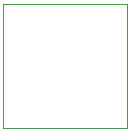
<source format=gbr>
%TF.GenerationSoftware,Altium Limited,Altium Designer,23.4.1 (23)*%
G04 Layer_Color=32896*
%FSLAX45Y45*%
%MOMM*%
%TF.SameCoordinates,37F79050-5382-499E-8BED-BD4E09E40BF1*%
%TF.FilePolarity,Positive*%
%TF.FileFunction,Other,Mechanical_20*%
%TF.Part,Single*%
G01*
G75*
%TA.AperFunction,NonConductor*%
%ADD45C,0.05000*%
D45*
X1125000Y3975000D02*
X2175000D01*
Y5025000D01*
X1125000D02*
X2175000D01*
X1125000Y3975000D02*
Y5025000D01*
%TF.MD5,0eb3db8821df7884eaa688a0b2c5976a*%
M02*

</source>
